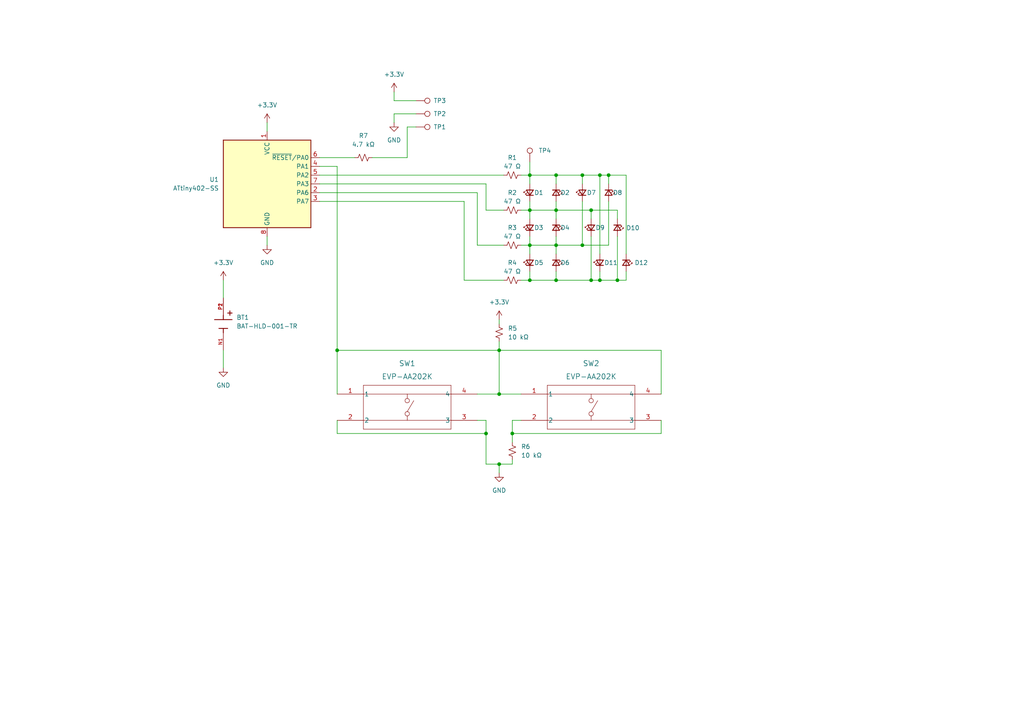
<source format=kicad_sch>
(kicad_sch (version 20211123) (generator eeschema)
  (paper "A4")
  (lib_symbols
    (symbol "Battery Holder:BAT-HLD-001-TR" (pin_names (offset 1.016))
      (property "Reference" "BT" (at -3.81 3.81 0))
      (property "Value" "BAT-HLD-001-TR" (at -3.81 -5.08 0))
      (symbol "BAT-HLD-001-TR_0_0"
        (polyline (pts (xy -3.81 1.905) (xy -2.54 1.905)) (stroke (width 0.254)))
        (polyline (pts (xy -3.175 2.54) (xy -3.175 1.27)) (stroke (width 0.254)))
        (polyline (pts (xy -1.27 0) (xy -2.54 0)) (stroke (width 0.254)))
        (polyline (pts (xy -1.27 0) (xy -1.27 -2.54)) (stroke (width 0.254)))
        (polyline (pts (xy -1.27 2.54) (xy -1.27 0)) (stroke (width 0.254)))
        (polyline (pts (xy 1.27 0) (xy 1.27 -1.27)) (stroke (width 0.254)))
        (polyline (pts (xy 1.27 0) (xy 2.54 0)) (stroke (width 0.254)))
        (polyline (pts (xy 1.27 1.27) (xy 1.27 0)) (stroke (width 0.254)))
        (pin passive line (at 7.62 0 180) (length 5.08) (name "~") (number "N1"))
        (pin passive line (at -7.62 0 0) (length 5.08) (name "~") (number "P1"))
        (pin passive line (at -7.62 0 0) (length 5.08) (name "~") (number "P2"))
      )
    )
    (symbol "Connector:TestPoint" (pin_numbers hide) (pin_names (offset 0.762) hide)
      (property "Reference" "TP" (at 0 6.858 0))
      (property "Value" "TestPoint" (at 0 5.08 0))
      (symbol "TestPoint_0_1"
        (circle (center 0 3.302) (radius 0.762))
      )
      (symbol "TestPoint_1_1"
        (pin passive line (at 0 0 90) (length 2.54) (name "1") (number "1"))
      )
    )
    (symbol "Device:LED_Small" (pin_numbers hide) (pin_names (offset 0.254) hide)
      (property "Reference" "D" (at -1.27 3.175 0))
      (property "Value" "LED_Small" (at -4.445 -2.54 0))
      (symbol "LED_Small_0_1"
        (polyline (pts (xy -0.762 -1.016) (xy -0.762 1.016)) (stroke (width 0.254)))
        (polyline (pts (xy 1.016 0) (xy -0.762 0)))
        (polyline (pts (xy 0.762 -1.016) (xy -0.762 0) (xy 0.762 1.016) (xy 0.762 -1.016)) (stroke (width 0.254)))
        (polyline (pts (xy 0 0.762) (xy -0.508 1.27) (xy -0.254 1.27) (xy -0.508 1.27) (xy -0.508 1.016)))
        (polyline (pts (xy 0.508 1.27) (xy 0 1.778) (xy 0.254 1.778) (xy 0 1.778) (xy 0 1.524)))
      )
      (symbol "LED_Small_1_1"
        (pin passive line (at -2.54 0 0) (length 1.778) (name "K") (number "1"))
        (pin passive line (at 2.54 0 180) (length 1.778) (name "A") (number "2"))
      )
    )
    (symbol "Device:R_Small_US" (pin_numbers hide) (pin_names (offset 0.254) hide)
      (property "Reference" "R" (at 0.762 0.508 0))
      (property "Value" "R_Small_US" (at 0.762 -1.016 0))
      (symbol "R_Small_US_1_1"
        (polyline (pts (xy 0 0) (xy 1.016 -0.381) (xy 0 -0.762) (xy -1.016 -1.143) (xy 0 -1.524)))
        (polyline (pts (xy 0 1.524) (xy 1.016 1.143) (xy 0 0.762) (xy -1.016 0.381) (xy 0 0)))
        (pin passive line (at 0 2.54 270) (length 1.016) (name "~") (number "1"))
        (pin passive line (at 0 -2.54 90) (length 1.016) (name "~") (number "2"))
      )
    )
    (symbol "MCU_Microchip_ATtiny:ATtiny402-SS"
      (property "Reference" "U" (at -12.7 13.97 0))
      (property "Value" "ATtiny402-SS" (at 2.54 -13.97 0))
      (symbol "ATtiny402-SS_0_1"
        (rectangle (start -12.7 -12.7) (end 12.7 12.7) (stroke (width 0.254)) (fill (type background)))
      )
      (symbol "ATtiny402-SS_1_1"
        (pin power_in line (at 0 15.24 270) (length 2.54) (name "VCC") (number "1"))
        (pin bidirectional line (at 15.24 -2.54 180) (length 2.54) (name "PA6") (number "2"))
        (pin bidirectional line (at 15.24 -5.08 180) (length 2.54) (name "PA7") (number "3"))
        (pin bidirectional line (at 15.24 5.08 180) (length 2.54) (name "PA1") (number "4"))
        (pin bidirectional line (at 15.24 2.54 180) (length 2.54) (name "PA2") (number "5"))
        (pin bidirectional line (at 15.24 7.62 180) (length 2.54) (name "~{RESET}/PA0") (number "6"))
        (pin bidirectional line (at 15.24 0 180) (length 2.54) (name "PA3") (number "7"))
        (pin power_in line (at 0 -15.24 90) (length 2.54) (name "GND") (number "8"))
      )
    )
    (symbol "Push Button:EVP-AA202K" (pin_names (offset 0.254))
      (property "Reference" "SW" (at 20.32 7.62 0))
      (property "Value" "EVP-AA202K" (at 20.32 5.08 0))
      (symbol "EVP-AA202K_0_1"
        (polyline (pts (xy 7.62 -10.16) (xy 33.02 -10.16)) (stroke (width 0.127)))
        (polyline (pts (xy 7.62 0) (xy 33.02 0)) (stroke (width 0.127)))
        (polyline (pts (xy 7.62 2.54) (xy 7.62 -10.16)) (stroke (width 0.127)))
        (polyline (pts (xy 20.32 -7.62) (xy 20.32 -6.35)) (stroke (width 0.127)))
        (polyline (pts (xy 20.32 -5.08) (xy 22.225 -1.905)) (stroke (width 0.127)))
        (polyline (pts (xy 20.32 0) (xy 20.32 -1.27)) (stroke (width 0.127)))
        (polyline (pts (xy 33.02 -10.16) (xy 33.02 2.54)) (stroke (width 0.127)))
        (polyline (pts (xy 33.02 -7.62) (xy 7.62 -7.62)) (stroke (width 0.127)))
        (polyline (pts (xy 33.02 2.54) (xy 7.62 2.54)) (stroke (width 0.127)))
        (circle (center 20.32 -5.715) (radius 0.635) (stroke (width 0.127)))
        (circle (center 20.32 -1.905) (radius 0.635) (stroke (width 0.127)))
        (pin unspecified line (at 0 0 0) (length 7.62) (name "1") (number "1"))
        (pin unspecified line (at 0 -7.62 0) (length 7.62) (name "2") (number "2"))
        (pin unspecified line (at 40.64 -7.62 180) (length 7.62) (name "3") (number "3"))
        (pin unspecified line (at 40.64 0 180) (length 7.62) (name "4") (number "4"))
      )
    )
    (symbol "power:+3.3V" (power) (pin_names (offset 0))
      (property "Value" "+3.3V" (at 0 3.556 0))
      (symbol "+3.3V_0_1"
        (polyline (pts (xy -0.762 1.27) (xy 0 2.54)))
        (polyline (pts (xy 0 0) (xy 0 2.54)))
        (polyline (pts (xy 0 2.54) (xy 0.762 1.27)))
      )
      (symbol "+3.3V_1_1"
        (pin power_in line (at 0 0 90) (length 0) hide (name "+3.3V") (number "1"))
      )
    )
    (symbol "power:GND" (power) (pin_names (offset 0))
      (property "Value" "GND" (at 0 -3.81 0))
      (symbol "GND_0_1"
        (polyline (pts (xy 0 0) (xy 0 -1.27) (xy 1.27 -1.27) (xy 0 -2.54) (xy -1.27 -1.27) (xy 0 -1.27)))
      )
      (symbol "GND_1_1"
        (pin power_in line (at 0 0 270) (length 0) hide (name "GND") (number "1"))
      )
    )
  )
  (junction (at 153.67 60.96))
  (junction (at 153.67 81.28))
  (junction (at 144.78 101.6))
  (junction (at 153.67 71.12))
  (junction (at 173.99 81.28))
  (junction (at 148.59 125.73))
  (junction (at 168.91 50.8))
  (junction (at 161.29 71.12))
  (junction (at 161.29 81.28))
  (junction (at 176.53 50.8))
  (junction (at 161.29 60.96))
  (junction (at 144.78 114.3))
  (junction (at 144.78 134.62))
  (junction (at 171.45 81.28))
  (junction (at 140.97 125.73))
  (junction (at 153.67 50.8))
  (junction (at 173.99 50.8))
  (junction (at 161.29 50.8))
  (junction (at 97.79 101.6))
  (junction (at 168.91 71.12))
  (junction (at 171.45 60.96))
  (junction (at 179.07 81.28))
  (wire (pts (xy 153.67 71.12) (xy 161.29 71.12)))
  (wire (pts (xy 97.79 101.6) (xy 144.78 101.6)))
  (wire (pts (xy 153.67 81.28) (xy 161.29 81.28)))
  (wire (pts (xy 138.43 55.88) (xy 138.43 71.12)))
  (wire (pts (xy 179.07 81.28) (xy 181.61 81.28)))
  (wire (pts (xy 161.29 60.96) (xy 171.45 60.96)))
  (wire (pts (xy 97.79 101.6) (xy 97.79 114.3)))
  (wire (pts (xy 120.65 33.02) (xy 114.3 33.02)))
  (wire (pts (xy 171.45 81.28) (xy 173.99 81.28)))
  (wire (pts (xy 140.97 134.62) (xy 144.78 134.62)))
  (wire (pts (xy 171.45 81.28) (xy 171.45 68.58)))
  (wire (pts (xy 148.59 125.73) (xy 191.77 125.73)))
  (wire (pts (xy 173.99 50.8) (xy 176.53 50.8)))
  (wire (pts (xy 148.59 125.73) (xy 148.59 128.27)))
  (wire (pts (xy 161.29 71.12) (xy 161.29 68.58)))
  (wire (pts (xy 161.29 60.96) (xy 161.29 58.42)))
  (wire (pts (xy 140.97 121.92) (xy 140.97 125.73)))
  (wire (pts (xy 97.79 121.92) (xy 97.79 125.73)))
  (wire (pts (xy 77.47 35.56) (xy 77.47 38.1)))
  (wire (pts (xy 92.71 50.8) (xy 146.05 50.8)))
  (wire (pts (xy 153.67 50.8) (xy 153.67 53.34)))
  (wire (pts (xy 179.07 60.96) (xy 179.07 63.5)))
  (wire (pts (xy 148.59 133.35) (xy 148.59 134.62)))
  (wire (pts (xy 144.78 134.62) (xy 144.78 137.16)))
  (wire (pts (xy 92.71 45.72) (xy 102.87 45.72)))
  (wire (pts (xy 97.79 48.26) (xy 92.71 48.26)))
  (wire (pts (xy 118.11 36.83) (xy 118.11 45.72)))
  (wire (pts (xy 64.77 81.28) (xy 64.77 86.36)))
  (wire (pts (xy 140.97 53.34) (xy 140.97 60.96)))
  (wire (pts (xy 77.47 68.58) (xy 77.47 71.12)))
  (wire (pts (xy 153.67 71.12) (xy 153.67 73.66)))
  (wire (pts (xy 153.67 81.28) (xy 153.67 78.74)))
  (wire (pts (xy 64.77 101.6) (xy 64.77 106.68)))
  (wire (pts (xy 134.62 58.42) (xy 134.62 81.28)))
  (wire (pts (xy 161.29 50.8) (xy 168.91 50.8)))
  (wire (pts (xy 140.97 60.96) (xy 146.05 60.96)))
  (wire (pts (xy 153.67 50.8) (xy 161.29 50.8)))
  (wire (pts (xy 161.29 81.28) (xy 171.45 81.28)))
  (wire (pts (xy 168.91 50.8) (xy 168.91 53.34)))
  (wire (pts (xy 151.13 81.28) (xy 153.67 81.28)))
  (wire (pts (xy 97.79 125.73) (xy 140.97 125.73)))
  (wire (pts (xy 181.61 81.28) (xy 181.61 78.74)))
  (wire (pts (xy 138.43 121.92) (xy 140.97 121.92)))
  (wire (pts (xy 153.67 46.99) (xy 153.67 50.8)))
  (wire (pts (xy 144.78 101.6) (xy 144.78 114.3)))
  (wire (pts (xy 107.95 45.72) (xy 118.11 45.72)))
  (wire (pts (xy 168.91 71.12) (xy 168.91 58.42)))
  (wire (pts (xy 151.13 71.12) (xy 153.67 71.12)))
  (wire (pts (xy 179.07 68.58) (xy 179.07 81.28)))
  (wire (pts (xy 120.65 36.83) (xy 118.11 36.83)))
  (wire (pts (xy 92.71 58.42) (xy 134.62 58.42)))
  (wire (pts (xy 144.78 99.06) (xy 144.78 101.6)))
  (wire (pts (xy 97.79 101.6) (xy 97.79 48.26)))
  (wire (pts (xy 173.99 81.28) (xy 173.99 78.74)))
  (wire (pts (xy 161.29 81.28) (xy 161.29 78.74)))
  (wire (pts (xy 138.43 114.3) (xy 144.78 114.3)))
  (wire (pts (xy 140.97 125.73) (xy 140.97 134.62)))
  (wire (pts (xy 176.53 50.8) (xy 176.53 53.34)))
  (wire (pts (xy 168.91 50.8) (xy 173.99 50.8)))
  (wire (pts (xy 114.3 33.02) (xy 114.3 35.56)))
  (wire (pts (xy 114.3 29.21) (xy 120.65 29.21)))
  (wire (pts (xy 92.71 53.34) (xy 140.97 53.34)))
  (wire (pts (xy 153.67 71.12) (xy 153.67 68.58)))
  (wire (pts (xy 191.77 125.73) (xy 191.77 121.92)))
  (wire (pts (xy 138.43 71.12) (xy 146.05 71.12)))
  (wire (pts (xy 161.29 71.12) (xy 168.91 71.12)))
  (wire (pts (xy 148.59 121.92) (xy 151.13 121.92)))
  (wire (pts (xy 161.29 60.96) (xy 161.29 63.5)))
  (wire (pts (xy 173.99 81.28) (xy 179.07 81.28)))
  (wire (pts (xy 148.59 134.62) (xy 144.78 134.62)))
  (wire (pts (xy 173.99 50.8) (xy 173.99 73.66)))
  (wire (pts (xy 176.53 71.12) (xy 176.53 58.42)))
  (wire (pts (xy 153.67 60.96) (xy 161.29 60.96)))
  (wire (pts (xy 114.3 26.67) (xy 114.3 29.21)))
  (wire (pts (xy 151.13 60.96) (xy 153.67 60.96)))
  (wire (pts (xy 153.67 60.96) (xy 153.67 58.42)))
  (wire (pts (xy 161.29 71.12) (xy 161.29 73.66)))
  (wire (pts (xy 153.67 60.96) (xy 153.67 63.5)))
  (wire (pts (xy 181.61 50.8) (xy 176.53 50.8)))
  (wire (pts (xy 168.91 71.12) (xy 176.53 71.12)))
  (wire (pts (xy 171.45 60.96) (xy 179.07 60.96)))
  (wire (pts (xy 181.61 73.66) (xy 181.61 50.8)))
  (wire (pts (xy 151.13 50.8) (xy 153.67 50.8)))
  (wire (pts (xy 144.78 114.3) (xy 151.13 114.3)))
  (wire (pts (xy 148.59 125.73) (xy 148.59 121.92)))
  (wire (pts (xy 144.78 92.71) (xy 144.78 93.98)))
  (wire (pts (xy 134.62 81.28) (xy 146.05 81.28)))
  (wire (pts (xy 92.71 55.88) (xy 138.43 55.88)))
  (wire (pts (xy 171.45 60.96) (xy 171.45 63.5)))
  (wire (pts (xy 144.78 101.6) (xy 191.77 101.6)))
  (wire (pts (xy 191.77 101.6) (xy 191.77 114.3)))
  (wire (pts (xy 161.29 50.8) (xy 161.29 53.34)))
  (symbol (lib_id "power:+3.3V") (at 114.3 26.67 0) (unit 1)
    (property "Reference" "#PWR0103" (effects hide))
    (property "Value" "+3.3V" (at 114.3 21.59 0))
  )
  (symbol (lib_id "Device:LED_Small") (at 171.45 66.04 90) (unit 1)
    (property "Reference" "D9" (at 172.72 66.04 90) (effects (justify right)))
    (property "Value" "LED_Small" (effects hide))
    (property "Footprint" "LED_SMD:LED_0603_1608Metric" (effects hide))
  )
  (symbol (lib_id "power:GND") (at 114.3 35.56 0) (unit 1)
    (property "Reference" "#PWR0104" (effects hide))
    (property "Value" "GND" (at 114.3 40.64 0))
  )
  (symbol (lib_id "Connector:TestPoint") (at 153.67 46.99 0) (unit 1)
    (property "Reference" "TP4" (at 156.21 43.6879 0) (effects (justify left)))
    (property "Value" "TestPoint" (effects hide))
    (property "Footprint" "TestPoint:TestPoint_Pad_D1.0mm" (effects hide))
  )
  (symbol (lib_id "Battery Holder:BAT-HLD-001-TR") (at 64.77 93.98 270) (unit 1)
    (property "Reference" "BT1" (at 68.58 92.0749 90) (effects (justify left)))
    (property "Value" "BAT-HLD-001-TR" (at 68.58 94.6149 90) (effects (justify left)))
    (property "Footprint" "Battery Holder:BAT_BAT-HLD-001-TR" (effects hide))
    (property "PARTREV" "B" (effects hide))
    (property "STANDARD" "Manufacturer Recommendations" (effects hide))
    (property "MAXIMUM_PACKAGE_HEIGHT" "4.2 mm" (effects hide))
    (property "MANUFACTURER" "Linx Technologies" (effects hide))
  )
  (symbol (lib_id "Device:R_Small_US") (at 105.41 45.72 90) (unit 1)
    (property "Reference" "R7" (at 105.41 39.37 90))
    (property "Value" "4.7 kΩ" (at 105.41 41.91 90))
    (property "Footprint" "Resistor_SMD:R_0603_1608Metric" (effects hide))
  )
  (symbol (lib_id "Device:LED_Small") (at 181.61 76.2 270) (unit 1)
    (property "Reference" "D12" (at 187.96 76.2 90) (effects (justify right)))
    (property "Value" "LED_Small" (effects hide))
    (property "Footprint" "LED_SMD:LED_0603_1608Metric" (effects hide))
  )
  (symbol (lib_id "Device:LED_Small") (at 161.29 66.04 270) (unit 1)
    (property "Reference" "D4" (at 162.56 66.04 90) (effects (justify left)))
    (property "Value" "LED_Small" (effects hide))
    (property "Footprint" "LED_SMD:LED_0603_1608Metric" (effects hide))
  )
  (symbol (lib_id "power:GND") (at 144.78 137.16 0) (unit 1)
    (property "Reference" "#PWR0101" (effects hide))
    (property "Value" "GND" (at 144.78 142.24 0))
  )
  (symbol (lib_id "power:+3.3V") (at 77.47 35.56 0) (unit 1)
    (property "Reference" "#PWR0108" (effects hide))
    (property "Value" "+3.3V" (at 77.47 30.48 0))
  )
  (symbol (lib_id "Device:R_Small_US") (at 148.59 50.8 90) (unit 1)
    (property "Reference" "R1" (at 148.59 45.72 90))
    (property "Value" "47 Ω" (at 148.59 48.26 90))
    (property "Footprint" "Resistor_SMD:R_0603_1608Metric" (effects hide))
  )
  (symbol (lib_id "MCU_Microchip_ATtiny:ATtiny402-SS") (at 77.47 53.34 0) (unit 1)
    (property "Reference" "U1" (at 63.5 52.0699 0) (effects (justify right)))
    (property "Value" "ATtiny402-SS" (at 63.5 54.6099 0) (effects (justify right)))
    (property "Footprint" "Package_SO:SOIC-8_3.9x4.9mm_P1.27mm" (effects hide))
    (property "Datasheet" "http://ww1.microchip.com/downloads/en/DeviceDoc/ATtiny202-402-AVR-MCU-with-Core-Independent-Peripherals_and-picoPower-40001969A.pdf" (effects hide))
  )
  (symbol (lib_id "Connector:TestPoint") (at 120.65 29.21 270) (unit 1)
    (property "Reference" "TP3" (at 125.73 29.2099 90) (effects (justify left)))
    (property "Value" "TestPoint" (effects hide))
    (property "Footprint" "TestPoint:TestPoint_Pad_1.0x1.0mm" (effects hide))
  )
  (symbol (lib_id "Device:R_Small_US") (at 148.59 71.12 90) (unit 1)
    (property "Reference" "R3" (at 148.59 66.04 90))
    (property "Value" "47 Ω" (at 148.59 68.58 90))
    (property "Footprint" "Resistor_SMD:R_0603_1608Metric" (effects hide))
  )
  (symbol (lib_id "Device:LED_Small") (at 153.67 55.88 90) (unit 1)
    (property "Reference" "D1" (at 154.94 55.88 90) (effects (justify right)))
    (property "Value" "LED_Small" (effects hide))
    (property "Footprint" "LED_SMD:LED_0603_1608Metric" (effects hide))
  )
  (symbol (lib_id "power:GND") (at 77.47 71.12 0) (unit 1)
    (property "Reference" "#PWR0105" (effects hide))
    (property "Value" "GND" (at 77.47 76.2 0))
  )
  (symbol (lib_id "Device:LED_Small") (at 173.99 76.2 90) (unit 1)
    (property "Reference" "D11" (at 175.26 76.2 90) (effects (justify right)))
    (property "Value" "LED_Small" (effects hide))
    (property "Footprint" "LED_SMD:LED_0603_1608Metric" (effects hide))
  )
  (symbol (lib_id "Device:LED_Small") (at 153.67 76.2 90) (unit 1)
    (property "Reference" "D5" (at 154.94 76.2 90) (effects (justify right)))
    (property "Value" "LED_Small" (effects hide))
    (property "Footprint" "LED_SMD:LED_0603_1608Metric" (effects hide))
  )
  (symbol (lib_id "Device:LED_Small") (at 179.07 66.04 270) (unit 1)
    (property "Reference" "D10" (at 181.61 66.1034 90) (effects (justify left)))
    (property "Value" "LED_Small" (effects hide))
    (property "Footprint" "LED_SMD:LED_0603_1608Metric" (effects hide))
  )
  (symbol (lib_id "Device:LED_Small") (at 161.29 55.88 270) (unit 1)
    (property "Reference" "D2" (at 162.56 55.88 90) (effects (justify left)))
    (property "Value" "LED_Small" (effects hide))
    (property "Footprint" "LED_SMD:LED_0603_1608Metric" (effects hide))
  )
  (symbol (lib_id "Device:LED_Small") (at 176.53 55.88 270) (unit 1)
    (property "Reference" "D8" (at 177.8 55.88 90) (effects (justify left)))
    (property "Value" "LED_Small" (effects hide))
    (property "Footprint" "LED_SMD:LED_0603_1608Metric" (effects hide))
  )
  (symbol (lib_id "Push Button:EVP-AA202K") (at 151.13 114.3 0) (unit 1)
    (property "Reference" "SW2" (at 171.45 105.41 0) (effects (font (size 1.524 1.524))))
    (property "Value" "EVP-AA202K" (at 171.45 109.22 0) (effects (font (size 1.524 1.524))))
    (property "Footprint" "SW_EVP-AA102K_PAN" (effects hide))
    (property "Datasheet" "EVP-AA202K" (effects hide))
  )
  (symbol (lib_id "Device:LED_Small") (at 153.67 66.04 90) (unit 1)
    (property "Reference" "D3" (at 154.94 66.04 90) (effects (justify right)))
    (property "Value" "LED_Small" (effects hide))
    (property "Footprint" "LED_SMD:LED_0603_1608Metric" (effects hide))
  )
  (symbol (lib_id "Device:LED_Small") (at 168.91 55.88 90) (unit 1)
    (property "Reference" "D7" (at 170.18 55.88 90) (effects (justify right)))
    (property "Value" "LED_Small" (effects hide))
    (property "Footprint" "LED_SMD:LED_0603_1608Metric" (effects hide))
  )
  (symbol (lib_id "power:GND") (at 64.77 106.68 0) (unit 1)
    (property "Reference" "#PWR0107" (effects hide))
    (property "Value" "GND" (at 64.77 111.76 0))
  )
  (symbol (lib_id "Device:LED_Small") (at 161.29 76.2 270) (unit 1)
    (property "Reference" "D6" (at 162.56 76.2 90) (effects (justify left)))
    (property "Value" "LED_Small" (effects hide))
    (property "Footprint" "LED_SMD:LED_0603_1608Metric" (effects hide))
  )
  (symbol (lib_id "Device:R_Small_US") (at 148.59 81.28 90) (unit 1)
    (property "Reference" "R4" (at 148.59 76.2 90))
    (property "Value" "47 Ω" (at 148.59 78.74 90))
    (property "Footprint" "Resistor_SMD:R_0603_1608Metric" (effects hide))
  )
  (symbol (lib_id "Device:R_Small_US") (at 144.78 96.52 0) (unit 1)
    (property "Reference" "R5" (at 147.32 95.2499 0) (effects (justify left)))
    (property "Value" "10 kΩ" (at 147.32 97.7899 0) (effects (justify left)))
    (property "Footprint" "Resistor_SMD:R_0603_1608Metric" (effects hide))
  )
  (symbol (lib_id "Connector:TestPoint") (at 120.65 33.02 270) (unit 1)
    (property "Reference" "TP2" (at 125.73 33.0199 90) (effects (justify left)))
    (property "Value" "TestPoint" (effects hide))
    (property "Footprint" "TestPoint:TestPoint_Pad_1.0x1.0mm" (effects hide))
  )
  (symbol (lib_id "Device:R_Small_US") (at 148.59 130.81 0) (unit 1)
    (property "Reference" "R6" (at 151.13 129.5399 0) (effects (justify left)))
    (property "Value" "10 kΩ" (at 151.13 132.0799 0) (effects (justify left)))
    (property "Footprint" "Resistor_SMD:R_0603_1608Metric" (effects hide))
  )
  (symbol (lib_id "Device:R_Small_US") (at 148.59 60.96 90) (unit 1)
    (property "Reference" "R2" (at 148.59 55.88 90))
    (property "Value" "47 Ω" (at 148.59 58.42 90))
    (property "Footprint" "Resistor_SMD:R_0603_1608Metric" (effects hide))
  )
  (symbol (lib_id "Connector:TestPoint") (at 120.65 36.83 270) (unit 1)
    (property "Reference" "TP1" (at 125.73 36.8299 90) (effects (justify left)))
    (property "Value" "TestPoint" (effects hide))
    (property "Footprint" "TestPoint:TestPoint_Pad_D1.0mm" (effects hide))
  )
  (symbol (lib_id "power:+3.3V") (at 144.78 92.71 0) (unit 1)
    (property "Reference" "#PWR0102" (effects hide))
    (property "Value" "+3.3V" (at 144.78 87.63 0))
  )
  (symbol (lib_id "Push Button:EVP-AA202K") (at 97.79 114.3 0) (unit 1)
    (property "Reference" "SW1" (at 118.11 105.41 0) (effects (font (size 1.524 1.524))))
    (property "Value" "EVP-AA202K" (at 118.11 109.22 0) (effects (font (size 1.524 1.524))))
    (property "Footprint" "SW_EVP-AA102K_PAN" (effects hide))
    (property "Datasheet" "EVP-AA202K" (effects hide))
  )
  (symbol (lib_id "power:+3.3V") (at 64.77 81.28 0) (unit 1)
    (property "Reference" "#PWR0106" (effects hide))
    (property "Value" "+3.3V" (at 64.77 76.2 0))
  )
)
</source>
